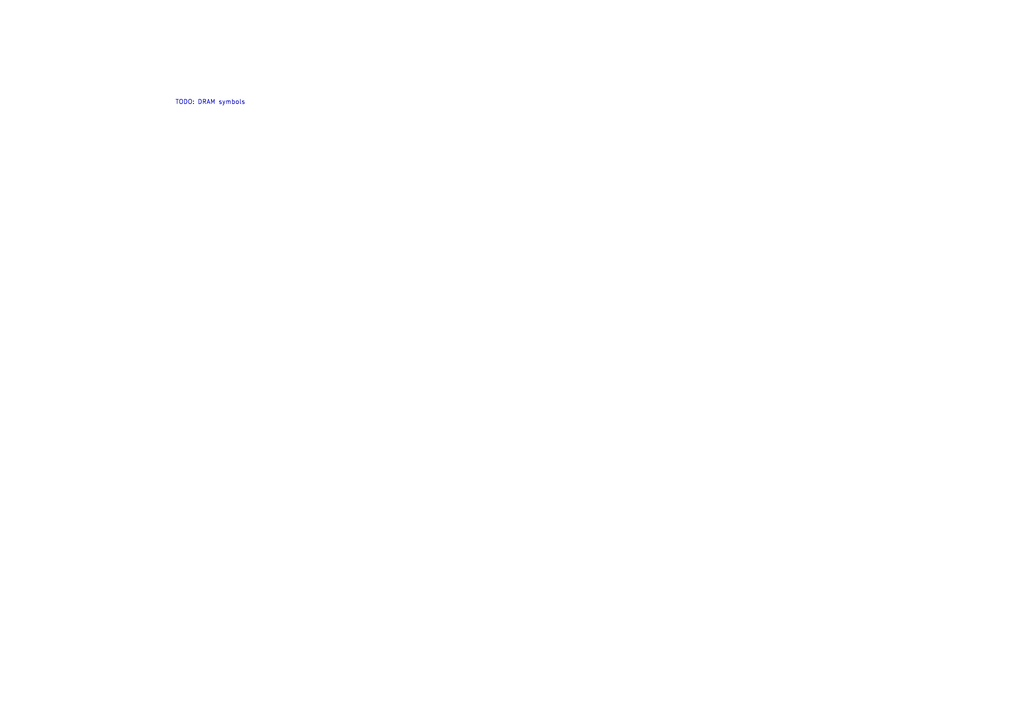
<source format=kicad_sch>
(kicad_sch (version 20230121) (generator eeschema)
  (paper "A4")
  (lib_symbols)
  (text "TODO: DRAM symbols" (at 50.8 30.48 0) (effects (font (size 1.27 1.27)) (justify left bottom)))
)
</source>
